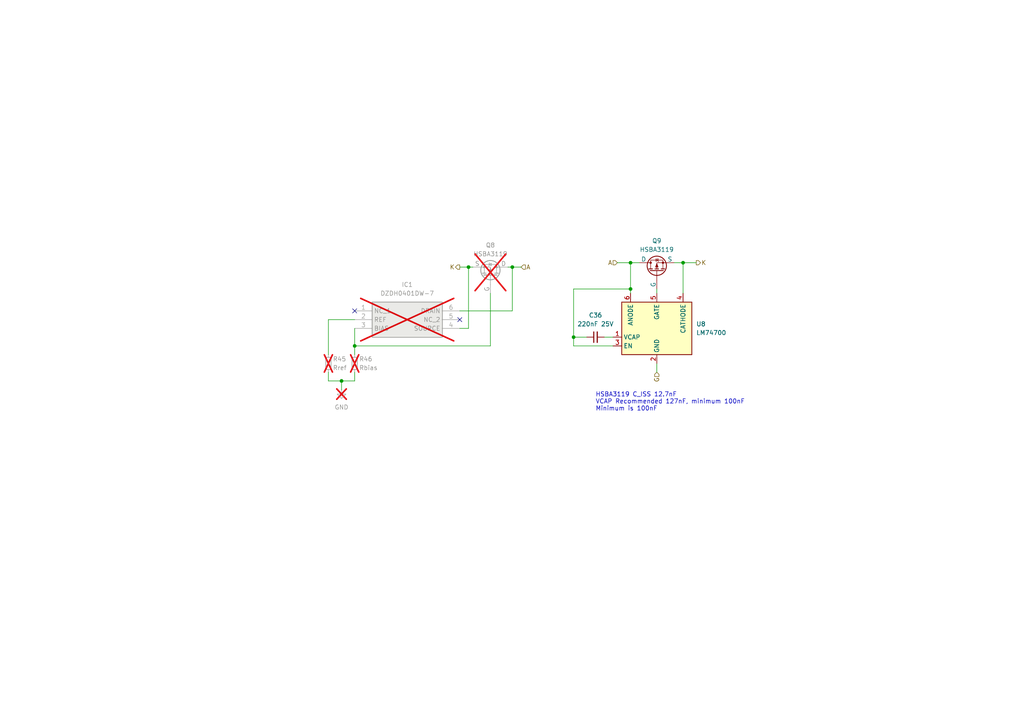
<source format=kicad_sch>
(kicad_sch (version 20231120) (generator "eeschema") (generator_version "8.0")
  (paper "A4")
  (lib_symbols
    (symbol "Device:C_Small" (pin_numbers hide) (pin_names (offset 0.254) hide)
      (property "Reference" "C" (at 0.254 1.778 0))
      (property "Value" "C_Small" (at 0.254 -2.032 0))
      (symbol "C_Small_0_1"
        (polyline (pts (xy -1.524 -0.508) (xy 1.524 -0.508)) (stroke (width 0.3302)))
        (polyline (pts (xy -1.524 0.508) (xy 1.524 0.508)) (stroke (width 0.3048)))
      )
      (symbol "C_Small_1_1"
        (pin passive line (at 0 2.54 270) (length 2.032) (name "~") (number "1"))
        (pin passive line (at 0 -2.54 90) (length 2.032) (name "~") (number "2"))
      )
    )
    (symbol "Device:R_Small" (pin_numbers hide) (pin_names (offset 0.254) hide)
      (property "Reference" "R" (at 0.762 0.508 0))
      (property "Value" "R_Small" (at 0.762 -1.016 0))
      (symbol "R_Small_0_1"
        (rectangle (start -0.762 1.778) (end 0.762 -1.778) (stroke (width 0.2032)))
      )
      (symbol "R_Small_1_1"
        (pin passive line (at 0 2.54 270) (length 0.762) (name "~") (number "1"))
        (pin passive line (at 0 -2.54 90) (length 0.762) (name "~") (number "2"))
      )
    )
    (symbol "Power_Management:LM74700"
      (property "Reference" "U" (at -9.525 -8.89 0))
      (property "Value" "LM74700" (at 7.62 -8.89 0))
      (symbol "LM74700_0_1"
        (rectangle (start -10.16 7.62) (end 10.16 -7.62) (stroke (width 0.254)) (fill (type background)))
      )
      (symbol "LM74700_1_1"
        (pin passive line (at -12.7 -2.54 0) (length 2.54) (name "VCAP") (number "1"))
        (pin power_in line (at 0 -10.16 90) (length 2.54) (name "GND") (number "2"))
        (pin input line (at -12.7 -5.08 0) (length 2.54) (name "EN") (number "3"))
        (pin input line (at 7.62 10.16 270) (length 2.54) (name "CATHODE") (number "4"))
        (pin output line (at 0 10.16 270) (length 2.54) (name "GATE") (number "5"))
        (pin power_in line (at -7.62 10.16 270) (length 2.54) (name "ANODE") (number "6"))
      )
    )
    (symbol "SamacSys_Parts_EP6:DZDH0401DW-7"
      (property "Reference" "IC" (at 26.67 7.62 0))
      (property "Value" "DZDH0401DW-7" (at 26.67 5.08 0))
      (symbol "DZDH0401DW-7_1_1"
        (rectangle (start 5.08 2.54) (end 25.4 -7.62) (stroke (width 0.254)) (fill (type background)))
        (pin passive line (at 0 0 0) (length 5.08) (name "NC_1") (number "1"))
        (pin passive line (at 0 -2.54 0) (length 5.08) (name "REF") (number "2"))
        (pin passive line (at 0 -5.08 0) (length 5.08) (name "BIAS") (number "3"))
        (pin passive line (at 30.48 -5.08 180) (length 5.08) (name "SOURCE") (number "4"))
        (pin passive line (at 30.48 -2.54 180) (length 5.08) (name "NC_2") (number "5"))
        (pin passive line (at 30.48 0 180) (length 5.08) (name "DRAIN") (number "6"))
      )
    )
    (symbol "nturt_kicad_lib_EP6:HSBA3119_PMOS_GSDnumber" (pin_numbers hide) (pin_names (offset 0))
      (property "Reference" "Q" (at 5.08 1.27 0))
      (property "Value" "HSBA3119_PMOS_GSDnumber" (at 5.08 -1.27 0))
      (symbol "HSBA3119_PMOS_GSDnumber_0_1"
        (polyline (pts (xy 0.254 0) (xy -2.54 0)))
        (polyline (pts (xy 0.254 1.905) (xy 0.254 -1.905)) (stroke (width 0.254)))
        (polyline (pts (xy 0.762 -1.27) (xy 0.762 -2.286)) (stroke (width 0.254)))
        (polyline (pts (xy 0.762 0.508) (xy 0.762 -0.508)) (stroke (width 0.254)))
        (polyline (pts (xy 0.762 2.286) (xy 0.762 1.27)) (stroke (width 0.254)))
        (polyline (pts (xy 2.54 2.54) (xy 2.54 1.778)))
        (polyline (pts (xy 2.54 -2.54) (xy 2.54 0) (xy 0.762 0)))
        (polyline (pts (xy 0.762 1.778) (xy 3.302 1.778) (xy 3.302 -1.778) (xy 0.762 -1.778)))
        (polyline (pts (xy 2.286 0) (xy 1.27 0.381) (xy 1.27 -0.381) (xy 2.286 0)) (fill (type outline)))
        (polyline (pts (xy 2.794 -0.508) (xy 2.921 -0.381) (xy 3.683 -0.381) (xy 3.81 -0.254)))
        (polyline (pts (xy 3.302 -0.381) (xy 2.921 0.254) (xy 3.683 0.254) (xy 3.302 -0.381)))
        (circle (center 1.651 0) (radius 2.794) (stroke (width 0.254)))
        (circle (center 2.54 -1.778) (radius 0.254) (fill (type outline)))
        (circle (center 2.54 1.778) (radius 0.254) (fill (type outline)))
      )
      (symbol "HSBA3119_PMOS_GSDnumber_1_1"
        (pin passive line (at 2.54 5.08 270) (length 2.54) (name "D") (number "D"))
        (pin input line (at -5.08 0 0) (length 2.54) (name "G") (number "G"))
        (pin passive line (at 2.54 -5.08 90) (length 2.54) (name "S") (number "S"))
      )
    )
    (symbol "power:GND" (power) (pin_numbers hide) (pin_names (offset 0) hide)
      (property "Value" "GND" (at 0 -3.81 0))
      (symbol "GND_0_1"
        (polyline (pts (xy 0 0) (xy 0 -1.27) (xy 1.27 -1.27) (xy 0 -2.54) (xy -1.27 -1.27) (xy 0 -1.27)))
      )
      (symbol "GND_1_1"
        (pin power_in line (at 0 0 270) (length 0) (name "~") (number "1"))
      )
    )
  )
  (junction (at 182.88 83.82))
  (junction (at 148.59 77.47))
  (junction (at 99.06 110.49))
  (junction (at 198.12 76.2))
  (junction (at 182.88 76.2))
  (junction (at 102.87 100.33))
  (junction (at 166.37 97.79))
  (junction (at 135.89 77.47))
  (no_connect (at 102.87 90.17))
  (no_connect (at 133.35 92.71))
  (wire (pts (xy 179.07 76.2) (xy 182.88 76.2)))
  (wire (pts (xy 102.87 110.49) (xy 102.87 107.95)))
  (wire (pts (xy 190.5 105.41) (xy 190.5 107.95)))
  (wire (pts (xy 95.25 92.71) (xy 95.25 102.87)))
  (wire (pts (xy 182.88 76.2) (xy 182.88 83.82)))
  (wire (pts (xy 142.24 85.09) (xy 142.24 100.33)))
  (wire (pts (xy 175.26 97.79) (xy 177.8 97.79)))
  (wire (pts (xy 133.35 90.17) (xy 148.59 90.17)))
  (wire (pts (xy 166.37 97.79) (xy 170.18 97.79)))
  (wire (pts (xy 166.37 100.33) (xy 166.37 97.79)))
  (wire (pts (xy 195.58 76.2) (xy 198.12 76.2)))
  (wire (pts (xy 142.24 100.33) (xy 102.87 100.33)))
  (wire (pts (xy 166.37 83.82) (xy 182.88 83.82)))
  (wire (pts (xy 102.87 100.33) (xy 102.87 102.87)))
  (wire (pts (xy 148.59 90.17) (xy 148.59 77.47)))
  (wire (pts (xy 99.06 110.49) (xy 99.06 113.03)))
  (wire (pts (xy 166.37 97.79) (xy 166.37 83.82)))
  (wire (pts (xy 102.87 92.71) (xy 95.25 92.71)))
  (wire (pts (xy 133.35 77.47) (xy 135.89 77.47)))
  (wire (pts (xy 135.89 77.47) (xy 137.16 77.47)))
  (wire (pts (xy 198.12 76.2) (xy 201.93 76.2)))
  (wire (pts (xy 148.59 77.47) (xy 147.32 77.47)))
  (wire (pts (xy 182.88 76.2) (xy 185.42 76.2)))
  (wire (pts (xy 102.87 95.25) (xy 102.87 100.33)))
  (wire (pts (xy 99.06 110.49) (xy 102.87 110.49)))
  (wire (pts (xy 133.35 95.25) (xy 135.89 95.25)))
  (wire (pts (xy 198.12 76.2) (xy 198.12 85.09)))
  (wire (pts (xy 177.8 100.33) (xy 166.37 100.33)))
  (wire (pts (xy 148.59 77.47) (xy 151.13 77.47)))
  (wire (pts (xy 95.25 110.49) (xy 99.06 110.49)))
  (wire (pts (xy 190.5 83.82) (xy 190.5 85.09)))
  (wire (pts (xy 95.25 110.49) (xy 95.25 107.95)))
  (wire (pts (xy 182.88 83.82) (xy 182.88 85.09)))
  (wire (pts (xy 135.89 95.25) (xy 135.89 77.47)))
  (text "HSBA3119 C_ISS 12.7nF\nVCAP Recommended 127nF, minimum 100nF\nMinimum is 100nF" (at 172.72 119.38 0) (effects (font (size 1.27 1.27)) (justify left bottom)))
  (hierarchical_label "G" (shape input) (at 190.5 107.95 270))
  (hierarchical_label "K" (shape output) (at 133.35 77.47 180))
  (hierarchical_label "A" (shape input) (at 179.07 76.2 180))
  (hierarchical_label "K" (shape output) (at 201.93 76.2 0))
  (hierarchical_label "A" (shape input) (at 151.13 77.47 0))
  (symbol (lib_id "SamacSys_Parts_EP6:DZDH0401DW-7") (at 102.87 90.17 0) (unit 1) (exclude_from_sim yes) (in_bom no) (on_board no) (dnp yes)
    (property "Reference" "IC1" (at 118.11 82.55 0))
    (property "Value" "DZDH0401DW-7" (at 118.11 85.09 0))
    (property "Footprint" "SamacSys_Parts_EP6:SOT65P210X110-6N" (effects (hide yes)))
    (property "Datasheet" "https://www.diodes.com//assets/Datasheets/DZDH0401DW.pdf" (effects (hide yes)))
    (property "Description" "Gate Drivers Transistor Gate Driver SOT363 T&R 3K" (effects (hide yes)))
    (property "Height" "1.1" (effects (hide yes)))
    (property "Mouser Part Number" "621-DZDH0401DW-7" (effects (hide yes)))
    (property "Mouser Price/Stock" "https://www.mouser.co.uk/ProductDetail/Diodes-Incorporated/DZDH0401DW-7?qs=81r%252BiQLm7BSVLWLitJ0b7A%3D%3D" (effects (hide yes)))
    (property "Manufacturer_Name" "Diodes Incorporated" (effects (hide yes)))
    (property "Manufacturer_Part_Number" "DZDH0401DW-7" (effects (hide yes)))
  )
  (symbol (lib_id "Device:C_Small") (at 172.72 97.79 90) (unit 1)
    (property "Reference" "C36" (at 172.7263 91.44 90))
    (property "Value" "220nF 25V" (at 172.7263 93.98 90))
    (property "Footprint" "Capacitor_SMD:C_0402_1005Metric" (effects (hide yes)))
    (property "Description" "Unpolarized capacitor, small symbol" (effects (hide yes)))
  )
  (symbol (lib_id "nturt_kicad_lib_EP6:HSBA3119_PMOS_GSDnumber") (at 190.5 78.74 90) (unit 1)
    (property "Reference" "Q9" (at 190.5 69.85 90))
    (property "Value" "HSBA3119" (at 190.5 72.39 90))
    (property "Footprint" "nturt_kicad_lib_EP6:HSBA3119_PRPAK5X6" (effects (hide yes)))
    (property "Datasheet" "https://ngspice.sourceforge.io/docs/ngspice-html-manual/manual.xhtml#cha_MOSFETs" (effects (hide yes)))
    (property "Description" "P-MOSFET transistor, drain/source/gate" (effects (hide yes)))
    (property "Sim.Device" "PMOS" (effects (hide yes)))
    (property "Sim.Type" "VDMOS" (effects (hide yes)))
    (property "Sim.Pins" "1=D 2=G 3=S" (effects (hide yes)))
  )
  (symbol (lib_id "Device:R_Small") (at 95.25 105.41 0) (unit 1) (exclude_from_sim yes) (in_bom no) (on_board no) (dnp yes)
    (property "Reference" "R45" (at 96.52 104.14 0) (effects (justify left)))
    (property "Value" "Rref" (at 96.52 106.68 0) (effects (justify left)))
    (property "Footprint" "Resistor_SMD:R_0402_1005Metric" (effects (hide yes)))
    (property "Description" "Resistor, small symbol" (effects (hide yes)))
  )
  (symbol (lib_id "Power_Management:LM74700") (at 190.5 95.25 0) (unit 1)
    (property "Reference" "U8" (at 201.93 93.9799 0) (effects (justify left)))
    (property "Value" "LM74700" (at 201.93 96.5199 0) (effects (justify left)))
    (property "Footprint" "Package_TO_SOT_SMD:SOT-23-6" (effects (hide yes)))
    (property "Datasheet" "http://www.ti.com/lit/gpn/LM74700-Q1" (effects (hide yes)))
    (property "Description" "Low Iq reverse battery protection ideal diode controller, SOT-23-6" (effects (hide yes)))
  )
  (symbol (lib_id "Device:R_Small") (at 102.87 105.41 0) (unit 1) (exclude_from_sim yes) (in_bom no) (on_board no) (dnp yes)
    (property "Reference" "R46" (at 104.14 104.14 0) (effects (justify left)))
    (property "Value" "Rbias" (at 104.14 106.68 0) (effects (justify left)))
    (property "Footprint" "Resistor_SMD:R_0402_1005Metric" (effects (hide yes)))
    (property "Description" "Resistor, small symbol" (effects (hide yes)))
  )
  (symbol (lib_id "nturt_kicad_lib_EP6:HSBA3119_PMOS_GSDnumber") (at 142.24 80.01 270) (mirror x) (unit 1) (exclude_from_sim yes) (in_bom no) (on_board no) (dnp yes)
    (property "Reference" "Q8" (at 142.24 71.12 90))
    (property "Value" "HSBA3119" (at 142.24 73.66 90))
    (property "Footprint" "nturt_kicad_lib_EP6:HSBA3119_PRPAK5X6" (effects (hide yes)))
    (property "Datasheet" "https://ngspice.sourceforge.io/docs/ngspice-html-manual/manual.xhtml#cha_MOSFETs" (effects (hide yes)))
    (property "Description" "P-MOSFET transistor, drain/source/gate" (effects (hide yes)))
    (property "Sim.Device" "PMOS" (effects (hide yes)))
    (property "Sim.Type" "VDMOS" (effects (hide yes)))
    (property "Sim.Pins" "1=D 2=G 3=S" (effects (hide yes)))
  )
  (symbol (lib_id "power:GND") (at 99.06 113.03 0) (unit 1) (exclude_from_sim yes) (in_bom no) (on_board no) (dnp yes)
    (property "Reference" "#PWR067" (effects (hide yes)))
    (property "Value" "GND" (at 99.06 118.11 0))
    (property "Description" "Power symbol creates a global label with name \"GND\" , ground" (effects (hide yes)))
  )
)
</source>
